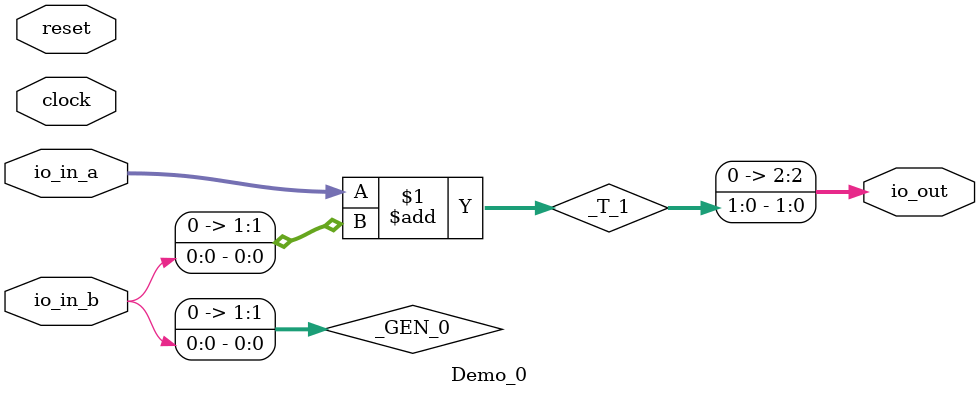
<source format=v>
module Demo_0(
  input        clock,
  input        reset,
  input  [1:0] io_in_a,
  input        io_in_b,
  output [2:0] io_out
);
  wire [1:0] _GEN_0 = {{1'd0}, io_in_b}; // @[Demo_0.scala 9:21]
  wire [1:0] _T_1 = io_in_a + _GEN_0; // @[Demo_0.scala 9:21]
  assign io_out = {{1'd0}, _T_1}; // @[Demo_0.scala 9:21]
endmodule

</source>
